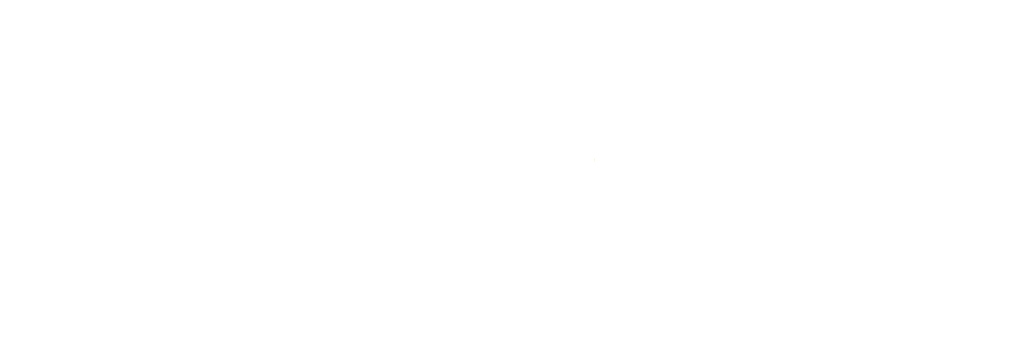
<source format=kicad_pcb>
(kicad_pcb (version 20240108) (generator pcbnew)
  (layers (0 "F.Cu" signal) (31 "B.Cu" signal) (34 "B.Paste" user) (35 "F.Paste" user) (36 "B.SilkS" user "B.Silkscreen") (37 "F.SilkS" user "F.Silkscreen") (38 "B.Mask" user) (39 "F.Mask" user) (44 "Edge.Cuts" user))
  (net 0 "")
  (footprint "MountingHole_5.3mm_M5_Pad_Via" (layer "F.Cu") (at 0 0)
    (property "Reference" "REF**")
    (property "Value" "MountingHole_5.3mm_M5_Pad_Via")
    (pad "1" thru_hole circle (at -3.975 0) (size 0.9 0.9) (drill 0.6) (layers *.Cu *.Mask) (remove_unused_layers))
    (pad "1" thru_hole circle (at -2.810749 -2.810749) (size 0.9 0.9) (drill 0.6) (layers *.Cu *.Mask) (remove_unused_layers))
    (pad "1" thru_hole circle (at -2.810749 2.810749) (size 0.9 0.9) (drill 0.6) (layers *.Cu *.Mask) (remove_unused_layers))
    (pad "1" thru_hole circle (at 0 -3.975) (size 0.9 0.9) (drill 0.6) (layers *.Cu *.Mask) (remove_unused_layers))
    (pad "1" thru_hole circle (at 0 0) (size 10.6 10.6) (drill 5.3) (layers *.Cu *.Mask) (remove_unused_layers))
    (pad "1" thru_hole circle (at 0 3.975) (size 0.9 0.9) (drill 0.6) (layers *.Cu *.Mask) (remove_unused_layers))
    (pad "1" thru_hole circle (at 2.810749 -2.810749) (size 0.9 0.9) (drill 0.6) (layers *.Cu *.Mask) (remove_unused_layers))
    (pad "1" thru_hole circle (at 2.810749 2.810749) (size 0.9 0.9) (drill 0.6) (layers *.Cu *.Mask) (remove_unused_layers))
    (pad "1" thru_hole circle (at 3.975 0) (size 0.9 0.9) (drill 0.6) (layers *.Cu *.Mask) (remove_unused_layers))
  )
)
</source>
